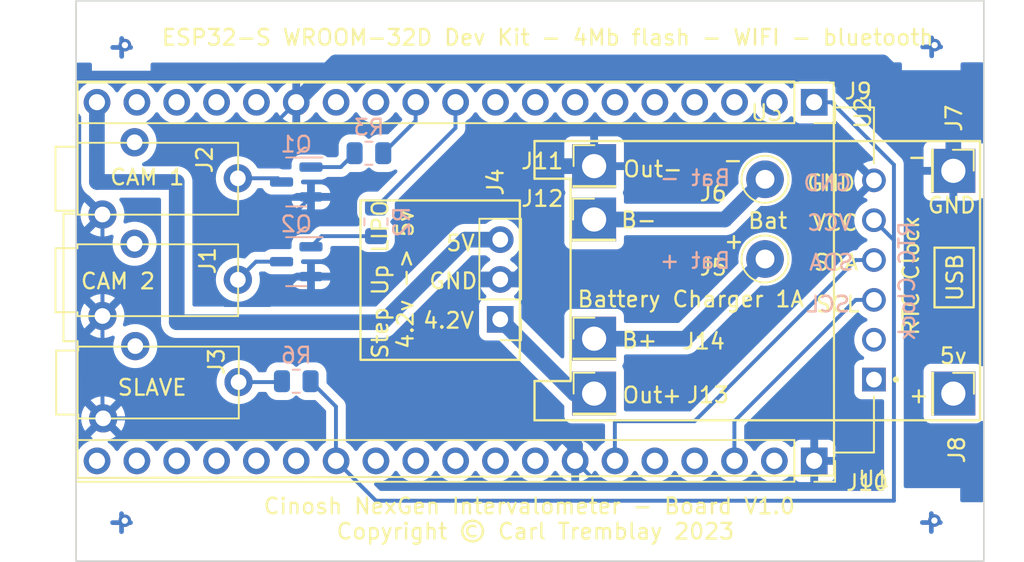
<source format=kicad_pcb>
(kicad_pcb (version 20221018) (generator pcbnew)
  (layers (0 "F.Cu" signal) (31 "B.Cu" signal) (34 "B.Paste" user) (35 "F.Paste" user) (36 "B.SilkS" user "B.Silkscreen") (37 "F.SilkS" user "F.Silkscreen") (38 "B.Mask" user) (39 "F.Mask" user) (44 "Edge.Cuts" user))
  (net 0 "")
  (net 3 "Net-(Q2-B)")
  (net 5 "+3.3V")
  (net 6 "GND")
  (net 7 "+5V")
  (net 8 "Net-(Q1-C)")
  (net 9 "Net-(Q2-C)")
  (net 12 "Net-(J3-PadT)")
  (net 13 "+4V")
  (net 14 "Net-(J8-Pin_1)")
  (net 15 "Net-(J12-Pin_1)")
  (net 16 "Net-(J14-Pin_1)")
  (net 17 "Net-(J9-Pin_10)")
  (net 18 "Net-(J9-Pin_11)")
  (net 19 "Net-(Q1-B)")
  (net 20 "Net-(J9-Pin_2)")
  (net 21 "Net-(J9-Pin_3)")
  (net 22 "Net-(J9-Pin_4)")
  (net 23 "Net-(J9-Pin_5)")
  (net 24 "Net-(J9-Pin_6)")
  (net 25 "Net-(J9-Pin_7)")
  (net 26 "Net-(J9-Pin_8)")
  (net 27 "Net-(J9-Pin_9)")
  (net 28 "Net-(J9-Pin_12)")
  (net 29 "Net-(J9-Pin_13)")
  (net 30 "Net-(J9-Pin_15)")
  (net 31 "Net-(J9-Pin_16)")
  (net 32 "Net-(J9-Pin_17)")
  (net 33 "Net-(J9-Pin_18)")
  (net 34 "Net-(J10-Pin_2)")
  (net 35 "Net-(J10-Pin_3)")
  (net 36 "Net-(J10-Pin_4)")
  (net 37 "Net-(J10-Pin_5)")
  (net 38 "Net-(J10-Pin_6)")
  (net 39 "Net-(J10-Pin_8)")
  (net 40 "Net-(J10-Pin_9)")
  (net 41 "Net-(J10-Pin_10)")
  (net 42 "Net-(J10-Pin_11)")
  (net 43 "Net-(J10-Pin_12)")
  (net 44 "Net-(J10-Pin_14)")
  (net 45 "Net-(J10-Pin_15)")
  (net 46 "Net-(J10-Pin_16)")
  (net 47 "Net-(J10-Pin_17)")
  (net 48 "Net-(J10-Pin_18)")
  (net 49 "Net-(J10-Pin_19)")
  (footprint "Connector_Pin:Pin_D1.0mm_L10.0mm_LooseFit" (layer "F.Cu") (at 149.2631 81.108811)
    (fp_text reference "J6" (at -3.30272 0.889982) (layer "F.SilkS"))
    (fp_text value "Bat -")
    (fp_circle (center 0 0) (end 1.5 0.05) (stroke (width 0.12)) (fill none) (layer "F.SilkS"))
    (pad "1" thru_hole circle (at 0 0) (size 2.4 2.4) (drill 1.2) (layers "*.Cu" "*.Mask") (net 15 "Net-(J12-Pin_1)"))
  )
  (footprint "ESP32-DEVKITC:MODULE_ESP32-DEVKITC" (layer "F.Cu") (at 129.54 88.89 -90)
    (fp_text reference "U2" (at -12.009379 -25.957131 -90) (layer "F.SilkS"))
    (fp_text value "ESP32-DEVKITC")
    (fp_line (start -13.95 -24.1) (end -13.95 24.1) (stroke (width 0.127)) (layer "F.SilkS"))
    (fp_line (start -13.95 24.1) (end -5.59 24.1) (stroke (width 0.127)) (layer "F.SilkS"))
    (fp_line (start -9 -24.1) (end -13.95 -24.1) (stroke (width 0.127)) (layer "F.SilkS"))
    (fp_line (start -9 -24.1) (end 8.224122 -24.114129) (stroke (width 0.12)) (layer "F.SilkS"))
    (fp_line (start -5.59 24.1) (end -5.59 25) (stroke (width 0.127)) (layer "F.SilkS"))
    (fp_line (start -5.59 25) (end 2.54 25) (stroke (width 0.127)) (layer "F.SilkS"))
    (fp_line (start 2.54 24.1) (end 11.259624 24.101328) (stroke (width 0.127)) (layer "F.SilkS"))
    (fp_line (start 2.54 25) (end 2.54 24.1) (stroke (width 0.127)) (layer "F.SilkS"))
    (fp_line (start 11.10375 -24.114269) (end 8.224122 -24.114129) (stroke (width 0.127)) (layer "F.SilkS"))
    (fp_line (start 11.259624 24.101328) (end 11.10375 -24.114269) (stroke (width 0.127)) (layer "F.SilkS"))
    (pad "1" thru_hole rect (at -12.7 -22.85 270) (size 1.53 1.53) (drill 1.02) (layers "*.Cu" "*.Mask") (net 5 "+3.3V"))
    (pad "2" thru_hole circle (at -12.7 -20.31 270) (size 1.53 1.53) (drill 1.02) (layers "*.Cu" "*.Mask") (net 20 "Net-(J9-Pin_2)"))
    (pad "3" thru_hole circle (at -12.7 -17.77 270) (size 1.53 1.53) (drill 1.02) (layers "*.Cu" "*.Mask") (net 21 "Net-(J9-Pin_3)"))
    (pad "4" thru_hole circle (at -12.7 -15.23 270) (size 1.53 1.53) (drill 1.02) (layers "*.Cu" "*.Mask") (net 22 "Net-(J9-Pin_4)"))
    (pad "5" thru_hole circle (at -12.7 -12.69 270) (size 1.53 1.53) (drill 1.02) (layers "*.Cu" "*.Mask") (net 23 "Net-(J9-Pin_5)"))
    (pad "6" thru_hole circle (at -12.7 -10.15 270) (size 1.53 1.53) (drill 1.02) (layers "*.Cu" "*.Mask") (net 24 "Net-(J9-Pin_6)"))
    (pad "7" thru_hole circle (at -12.7 -7.61 270) (size 1.53 1.53) (drill 1.02) (layers "*.Cu" "*.Mask") (net 25 "Net-(J9-Pin_7)"))
    (pad "8" thru_hole circle (at -12.7 -5.07 270) (size 1.53 1.53) (drill 1.02) (layers "*.Cu" "*.Mask") (net 26 "Net-(J9-Pin_8)"))
    (pad "9" thru_hole circle (at -12.7 -2.53 270) (size 1.53 1.53) (drill 1.02) (layers "*.Cu" "*.Mask") (net 27 "Net-(J9-Pin_9)"))
    (pad "10" thru_hole circle (at -12.7 0.01 270) (size 1.53 1.53) (drill 1.02) (layers "*.Cu" "*.Mask") (net 17 "Net-(J9-Pin_10)"))
    (pad "11" thru_hole circle (at -12.7 2.55 270) (size 1.53 1.53) (drill 1.02) (layers "*.Cu" "*.Mask") (net 18 "Net-(J9-Pin_11)"))
    (pad "12" thru_hole circle (at -12.7 5.09 270) (size 1.53 1.53) (drill 1.02) (layers "*.Cu" "*.Mask") (net 28 "Net-(J9-Pin_12)"))
    (pad "13" thru_hole circle (at -12.7 7.63 270) (size 1.53 1.53) (drill 1.02) (layers "*.Cu" "*.Mask") (net 29 "Net-(J9-Pin_13)"))
    (pad "14" thru_hole circle (at -12.7 10.17 270) (size 1.53 1.53) (drill 1.02) (layers "*.Cu" "*.Mask") (net 6 "GND"))
    (pad "15" thru_hole circle (at -12.7 12.71 270) (size 1.53 1.53) (drill 1.02) (layers "*.Cu" "*.Mask") (net 30 "Net-(J9-Pin_15)"))
    (pad "16" thru_hole circle (at -12.7 15.25 270) (size 1.53 1.53) (drill 1.02) (layers "*.Cu" "*.Mask") (net 31 "Net-(J9-Pin_16)"))
    (pad "17" thru_hole circle (at -12.7 17.79 270) (size 1.53 1.53) (drill 1.02) (layers "*.Cu" "*.Mask") (net 32 "Net-(J9-Pin_17)"))
    (pad "18" thru_hole circle (at -12.7 20.33 270) (size 1.53 1.53) (drill 1.02) (layers "*.Cu" "*.Mask") (net 33 "Net-(J9-Pin_18)"))
    (pad "19" thru_hole circle (at -12.7 22.87 270) (size 1.53 1.53) (drill 1.02) (layers "*.Cu" "*.Mask") (net 7 "+5V"))
    (pad "20" thru_hole circle (at 10.16 22.87 270) (size 1.53 1.53) (drill 1.02) (layers "*.Cu" "*.Mask") (net 49 "Net-(J10-Pin_19)"))
    (pad "21" thru_hole circle (at 10.16 20.33 270) (size 1.53 1.53) (drill 1.02) (layers "*.Cu" "*.Mask") (net 48 "Net-(J10-Pin_18)"))
    (pad "22" thru_hole circle (at 10.16 17.79 270) (size 1.53 1.53) (drill 1.02) (layers "*.Cu" "*.Mask") (net 47 "Net-(J10-Pin_17)"))
    (pad "23" thru_hole circle (at 10.16 15.25 270) (size 1.53 1.53) (drill 1.02) (layers "*.Cu" "*.Mask") (net 46 "Net-(J10-Pin_16)"))
    (pad "24" thru_hole circle (at 10.16 12.71 270) (size 1.53 1.53) (drill 1.02) (layers "*.Cu" "*.Mask") (net 45 "Net-(J10-Pin_15)"))
    (pad "25" thru_hole circle (at 10.16 10.17 270) (size 1.53 1.53) (drill 1.02) (layers "*.Cu" "*.Mask") (net 44 "Net-(J10-Pin_14)"))
    (pad "26" thru_hole circle (at 10.16 7.63 270) (size 1.53 1.53) (drill 1.02) (layers "*.Cu" "*.Mask") (net 5 "+3.3V"))
    (pad "27" thru_hole circle (at 10.16 5.09 270) (size 1.53 1.53) (drill 1.02) (layers "*.Cu" "*.Mask") (net 43 "Net-(J10-Pin_12)"))
    (pad "28" thru_hole circle (at 10.16 2.55 270) (size 1.53 1.53) (drill 1.02) (layers "*.Cu" "*.Mask") (net 42 "Net-(J10-Pin_11)"))
    (pad "29" thru_hole circle (at 10.16 0.01 270) (size 1.53 1.53) (drill 1.02) (layers "*.Cu" "*.Mask") (net 41 "Net-(J10-Pin_10)"))
    (pad "30" thru_hole circle (at 10.16 -2.53 270) (size 1.53 1.53) (drill 1.02) (layers "*.Cu" "*.Mask") (net 40 "Net-(J10-Pin_9)"))
    (pad "31" thru_hole circle (at 10.16 -5.07 270) (size 1.53 1.53) (drill 1.02) (layers "*.Cu" "*.Mask") (net 39 "Net-(J10-Pin_8)"))
    (pad "32" thru_hole circle (at 10.16 -7.61 270) (size 1.53 1.53) (drill 1.02) (layers "*.Cu" "*.Mask") (net 6 "GND"))
    (pad "33" thru_hole circle (at 10.16 -10.15 270) (size 1.53 1.53) (drill 1.02) (layers "*.Cu" "*.Mask") (net 38 "Net-(J10-Pin_6)"))
    (pad "34" thru_hole circle (at 10.16 -12.69 270) (size 1.53 1.53) (drill 1.02) (layers "*.Cu" "*.Mask") (net 37 "Net-(J10-Pin_5)"))
    (pad "35" thru_hole circle (at 10.16 -15.23 270) (size 1.53 1.53) (drill 1.02) (layers "*.Cu" "*.Mask") (net 36 "Net-(J10-Pin_4)"))
    (pad "36" thru_hole circle (at 10.16 -17.77 270) (size 1.53 1.53) (drill 1.02) (layers "*.Cu" "*.Mask") (net 35 "Net-(J10-Pin_3)"))
    (pad "37" thru_hole circle (at 10.16 -20.31 270) (size 1.53 1.53) (drill 1.02) (layers "*.Cu" "*.Mask") (net 34 "Net-(J10-Pin_2)"))
    (pad "38" thru_hole circle (at 10.16 -22.85 270) (size 1.53 1.53) (drill 1.02) (layers "*.Cu" "*.Mask") (net 6 "GND"))
  )
  (footprint "Connector_PinHeader_2.54mm:PinHeader_1x01_P2.54mm_Vertical" (layer "F.Cu") (at 138.389338 80.265284)
    (fp_text reference "J11" (at -3.331167 -0.313009) (layer "F.SilkS"))
    (fp_text value "T64 OUT -")
    (fp_line (start -1.33 -1.33) (end 0 -1.33) (stroke (width 0.12)) (layer "F.SilkS"))
    (fp_line (start -1.33 0) (end -1.33 -1.33) (stroke (width 0.12)) (layer "F.SilkS"))
    (fp_line (start -1.33 1.27) (end -1.33 1.33) (stroke (width 0.12)) (layer "F.SilkS"))
    (fp_line (start -1.33 1.27) (end 1.33 1.27) (stroke (width 0.12)) (layer "F.SilkS"))
    (fp_line (start -1.33 1.33) (end 1.33 1.33) (stroke (width 0.12)) (layer "F.SilkS"))
    (fp_line (start 1.33 1.27) (end 1.33 1.33) (stroke (width 0.12)) (layer "F.SilkS"))
    (pad "1" thru_hole rect (at 0 0) (size 1.7 1.7) (drill 1) (layers "*.Cu" "*.Mask") (net 6 "GND"))
  )
  (footprint "Connector_PinHeader_2.54mm:PinHeader_1x01_P2.54mm_Vertical" (layer "F.Cu") (at 138.357668 83.674215)
    (fp_text reference "J12" (at -3.288652 -1.333045) (layer "F.SilkS"))
    (fp_text value "T64 B -")
    (fp_line (start -1.33 -1.33) (end 0 -1.33) (stroke (width 0.12)) (layer "F.SilkS"))
    (fp_line (start -1.33 0) (end -1.33 -1.33) (stroke (width 0.12)) (layer "F.SilkS"))
    (fp_line (start -1.33 1.27) (end -1.33 1.33) (stroke (width 0.12)) (layer "F.SilkS"))
    (fp_line (start -1.33 1.27) (end 1.33 1.27) (stroke (width 0.12)) (layer "F.SilkS"))
    (fp_line (start -1.33 1.33) (end 1.33 1.33) (stroke (width 0.12)) (layer "F.SilkS"))
    (fp_line (start 1.33 1.27) (end 1.33 1.33) (stroke (width 0.12)) (layer "F.SilkS"))
    (pad "1" thru_hole rect (at 0 0) (size 1.7 1.7) (drill 1) (layers "*.Cu" "*.Mask") (net 15 "Net-(J12-Pin_1)"))
  )
  (footprint "Library:Jack_2.5mm_PJ208_Horizontal_CircularHoles" (layer "F.Cu") (at 102.751992 85.71212 90)
    (fp_text reference "J1" (at -0.589365 10.973904 90) (layer "F.SilkS"))
    (fp_text value "CAM 2")
    (fp_line (start -4.12 2.68) (end -3.87 2.68) (stroke (width 0.12)) (layer "F.SilkS"))
    (fp_line (start -4.12 12.92) (end -4.12 2.68) (stroke (width 0.12)) (layer "F.SilkS"))
    (fp_line (start -3.87 1.28) (end 0.21 1.28) (stroke (width 0.12)) (layer "F.SilkS"))
    (fp_line (start -3.87 2.68) (end -3.87 1.28) (stroke (width 0.12)) (layer "F.SilkS"))
    (fp_line (start 0.21 2.68) (end 0.21 1.28) (stroke (width 0.12)) (layer "F.SilkS"))
    (fp_line (start 0.21 2.68) (end 0.46 2.68) (stroke (width 0.12)) (layer "F.SilkS"))
    (fp_line (start 0.46 2.68) (end 0.46 12.92) (stroke (width 0.12)) (layer "F.SilkS"))
    (fp_line (start 0.46 12.92) (end -4.12 12.92) (stroke (width 0.12)) (layer "F.SilkS"))
    (pad "R" thru_hole circle (at 0.493094 6.32 90) (size 1.8 1.8) (drill 1) (layers "*.Cu" "*.Mask"))
    (pad "S" thru_hole circle (at -4.111523 4.273863 90) (size 1.8 1.8) (drill 1) (layers "*.Cu" "*.Mask") (net 6 "GND"))
    (pad "T" thru_hole circle (at -1.800916 12.904753 90) (size 1.8 1.8) (drill 1) (layers "*.Cu" "*.Mask") (net 9 "Net-(Q2-C)"))
  )
  (footprint "Connector_PinSocket_2.54mm:PinSocket_1x19_P2.54mm_Vertical" (layer "F.Cu") (at 152.4 76.2 -90)
    (fp_text reference "J9" (at -0.707795 -2.804433) (layer "F.SilkS"))
    (fp_text value "ESP32 header 1")
    (fp_line (start -1.33 1.27) (end -1.33 47.05) (stroke (width 0.12)) (layer "F.SilkS"))
    (fp_line (start -1.33 1.27) (end 1.33 1.27) (stroke (width 0.12)) (layer "F.SilkS"))
    (fp_line (start -1.33 47.05) (end 1.33 47.05) (stroke (width 0.12)) (layer "F.SilkS"))
    (fp_line (start 0 -1.33) (end 1.33 -1.33) (stroke (width 0.12)) (layer "F.SilkS"))
    (fp_line (start 1.33 -1.33) (end 1.33 0) (stroke (width 0.12)) (layer "F.SilkS"))
    (fp_line (start 1.33 1.27) (end 1.33 47.05) (stroke (width 0.12)) (layer "F.SilkS"))
    (pad "1" thru_hole rect (at 0 0 270) (size 1.7 1.7) (drill 1) (layers "*.Cu" "*.Mask") (net 5 "+3.3V"))
    (pad "2" thru_hole oval (at 0 2.54 270) (size 1.7 1.7) (drill 1) (layers "*.Cu" "*.Mask") (net 20 "Net-(J9-Pin_2)"))
    (pad "3" thru_hole oval (at 0 5.08 270) (size 1.7 1.7) (drill 1) (layers "*.Cu" "*.Mask") (net 21 "Net-(J9-Pin_3)"))
    (pad "4" thru_hole oval (at 0 7.62 270) (size 1.7 1.7) (drill 1) (layers "*.Cu" "*.Mask") (net 22 "Net-(J9-Pin_4)"))
    (pad "5" thru_hole oval (at 0 10.16 270) (size 1.7 1.7) (drill 1) (layers "*.Cu" "*.Mask") (net 23 "Net-(J9-Pin_5)"))
    (pad "6" thru_hole oval (at 0 12.7 270) (size 1.7 1.7) (drill 1) (layers "*.Cu" "*.Mask") (net 24 "Net-(J9-Pin_6)"))
    (pad "7" thru_hole oval (at 0 15.24 270) (size 1.7 1.7) (drill 1) (layers "*.Cu" "*.Mask") (net 25 "Net-(J9-Pin_7)"))
    (pad "8" thru_hole oval (at 0 17.78 270) (size 1.7 1.7) (drill 1) (layers "*.Cu" "*.Mask") (net 26 "Net-(J9-Pin_8)"))
    (pad "9" thru_hole oval (at 0 20.32 270) (size 1.7 1.7) (drill 1) (layers "*.Cu" "*.Mask") (net 27 "Net-(J9-Pin_9)"))
    (pad "10" thru_hole oval (at 0 22.86 270) (size 1.7 1.7) (drill 1) (layers "*.Cu" "*.Mask") (net 17 "Net-(J9-Pin_10)"))
    (pad "11" thru_hole oval (at 0 25.4 270) (size 1.7 1.7) (drill 1) (layers "*.Cu" "*.Mask") (net 18 "Net-(J9-Pin_11)"))
    (pad "12" thru_hole oval (at 0 27.94 270) (size 1.7 1.7) (drill 1) (layers "*.Cu" "*.Mask") (net 28 "Net-(J9-Pin_12)"))
    (pad "13" thru_hole oval (at 0 30.48 270) (size 1.7 1.7) (drill 1) (layers "*.Cu" "*.Mask") (net 29 "Net-(J9-Pin_13)"))
    (pad "14" thru_hole oval (at 0 33.02 270) (size 1.7 1.7) (drill 1) (layers "*.Cu" "*.Mask") (net 6 "GND"))
    (pad "15" thru_hole oval (at 0 35.56 270) (size 1.7 1.7) (drill 1) (layers "*.Cu" "*.Mask") (net 30 "Net-(J9-Pin_15)"))
    (pad "16" thru_hole oval (at 0 38.1 270) (size 1.7 1.7) (drill 1) (layers "*.Cu" "*.Mask") (net 31 "Net-(J9-Pin_16)"))
    (pad "17" thru_hole oval (at 0 40.64 270) (size 1.7 1.7) (drill 1) (layers "*.Cu" "*.Mask") (net 32 "Net-(J9-Pin_17)"))
    (pad "18" thru_hole oval (at 0 43.18 270) (size 1.7 1.7) (drill 1) (layers "*.Cu" "*.Mask") (net 33 "Net-(J9-Pin_18)"))
    (pad "19" thru_hole oval (at 0 45.72 270) (size 1.7 1.7) (drill 1) (layers "*.Cu" "*.Mask") (net 7 "+5V"))
  )
  (footprint "Connector_PinSocket_2.54mm:PinSocket_1x19_P2.54mm_Vertical" (layer "F.Cu") (at 152.4 99.06 -90)
    (fp_text reference "J10" (at 1.395237 -3.377048 -180) (layer "F.SilkS"))
    (fp_text value "ESP32 header 2")
    (fp_line (start -1.33 1.27) (end -1.33 47.05) (stroke (width 0.12)) (layer "F.SilkS"))
    (fp_line (start -1.33 1.27) (end 1.33 1.27) (stroke (width 0.12)) (layer "F.SilkS"))
    (fp_line (start -1.33 47.05) (end 1.33 47.05) (stroke (width 0.12)) (layer "F.SilkS"))
    (fp_line (start 0 -1.33) (end 1.33 -1.33) (stroke (width 0.12)) (layer "F.SilkS"))
    (fp_line (start 1.33 -1.33) (end 1.33 0) (stroke (width 0.12)) (layer "F.SilkS"))
    (fp_line (start 1.33 1.27) (end 1.33 47.05) (stroke (width 0.12)) (layer "F.SilkS"))
    (pad "1" thru_hole rect (at 0 0 270) (size 1.7 1.7) (drill 1) (layers "*.Cu" "*.Mask") (net 6 "GND"))
    (pad "2" thru_hole oval (at 0 2.54 270) (size 1.7 1.7) (drill 1) (layers "*.Cu" "*.Mask") (net 34 "Net-(J10-Pin_2)"))
    (pad "3" thru_hole oval (at 0 5.08 270) (size 1.7 1.7) (drill 1) (layers "*.Cu" "*.Mask") (net 35 "Net-(J10-Pin_3)"))
    (pad "4" thru_hole oval (at 0 7.62 270) (size 1.7 1.7) (drill 1) (layers "*.Cu" "*.Mask") (net 36 "Net-(J10-Pin_4)"))
    (pad "5" thru_hole oval (at 0 10.16 270) (size 1.7 1.7) (drill 1) (layers "*.Cu" "*.Mask") (net 37 "Net-(J10-Pin_5)"))
    (pad "6" thru_hole oval (at 0 12.7 270) (size 1.7 1.7) (drill 1) (layers "*.Cu" "*.Mask") (net 38 "Net-(J10-Pin_6)"))
    (pad "7" thru_hole oval (at 0 15.24 270) (size 1.7 1.7) (drill 1) (layers "*.Cu" "*.Mask") (net 6 "GND"))
    (pad "8" thru_hole oval (at 0 17.78 270) (size 1.7 1.7) (drill 1) (layers "*.Cu" "*.Mask") (net 39 "Net-(J10-Pin_8)"))
    (pad "9" thru_hole oval (at 0 20.32 270) (size 1.7 1.7) (drill 1) (layers "*.Cu" "*.Mask") (net 40 "Net-(J10-Pin_9)"))
    (pad "10" thru_hole oval (at 0 22.86 270) (size 1.7 1.7) (drill 1) (layers "*.Cu" "*.Mask") (net 41 "Net-(J10-Pin_10)"))
    (pad "11" thru_hole oval (at 0 25.4 270) (size 1.7 1.7) (drill 1) (layers "*.Cu" "*.Mask") (net 42 "Net-(J10-Pin_11)"))
    (pad "12" thru_hole oval (at 0 27.94 270) (size 1.7 1.7) (drill 1) (layers "*.Cu" "*.Mask") (net 43 "Net-(J10-Pin_12)"))
    (pad "13" thru_hole oval (at 0 30.48 270) (size 1.7 1.7) (drill 1) (layers "*.Cu" "*.Mask") (net 5 "+3.3V"))
    (pad "14" thru_hole oval (at 0 33.02 270) (size 1.7 1.7) (drill 1) (layers "*.Cu" "*.Mask") (net 44 "Net-(J10-Pin_14)"))
    (pad "15" thru_hole oval (at 0 35.56 270) (size 1.7 1.7) (drill 1) (layers "*.Cu" "*.Mask") (net 45 "Net-(J10-Pin_15)"))
    (pad "16" thru_hole oval (at 0 38.1 270) (size 1.7 1.7) (drill 1) (layers "*.Cu" "*.Mask") (net 46 "Net-(J10-Pin_16)"))
    (pad "17" thru_hole oval (at 0 40.64 270) (size 1.7 1.7) (drill 1) (layers "*.Cu" "*.Mask") (net 47 "Net-(J10-Pin_17)"))
    (pad "18" thru_hole oval (at 0 43.18 270) (size 1.7 1.7) (drill 1) (layers "*.Cu" "*.Mask") (net 48 "Net-(J10-Pin_18)"))
    (pad "19" thru_hole oval (at 0 45.72 270) (size 1.7 1.7) (drill 1) (layers "*.Cu" "*.Mask") (net 49 "Net-(J10-Pin_19)"))
  )
  (footprint "TC00500:TP4056-18650" (layer "F.Cu") (at 162.967859 96.470045 180)
    (fp_text reference "U3" (at 13.6 19.6) (layer "F.SilkS"))
    (fp_text value "TP4056-18650")
    (fp_text user "Out+" (at 20.9 1.6) (layer "F.SilkS"))
    (fp_text user "Battery Charger 1A" (at 18.437015 7.717928) (layer "F.SilkS"))
    (fp_text user "Out-" (at 20.851335 16.009848) (layer "F.SilkS"))
    (fp_text user "B-" (at 21.753023 12.76377) (layer "F.SilkS"))
    (fp_text user "B+" (at 21.7 5.1) (layer "F.SilkS"))
    (fp_text user "USB" (at 1.6 9.1 90) (layer "F.SilkS"))
    (fp_text user "-" (at 4 16.8) (layer "F.SilkS"))
    (fp_text user "GND" (at 1.8 13.7) (layer "F.SilkS"))
    (fp_text user "5v" (at 1.7 4.1) (layer "F.SilkS"))
    (fp_text user "+" (at 3.9 1.6) (layer "F.SilkS"))
    (fp_line (start 0 0) (end 26.3 0) (stroke (width 0.15)) (layer "F.SilkS"))
    (fp_line (start 0 17.8) (end 0 0) (stroke (width 0.15)) (layer "F.SilkS"))
    (fp_line (start 0.4 7.2) (end 2.9 7.2) (stroke (width 0.15)) (layer "F.SilkS"))
    (fp_line (start 0.4 11) (end 0.4 7.3) (stroke (width 0.15)) (layer "F.SilkS"))
    (fp_line (start 2.9 7.2) (end 2.9 11) (stroke (width 0.15)) (layer "F.SilkS"))
    (fp_line (start 2.9 11) (end 0.4 11) (stroke (width 0.15)) (layer "F.SilkS"))
    (fp_line (start 26.1 2.5) (end 26.1 15.4) (stroke (width 0.15)) (layer "F.SilkS"))
    (fp_line (start 26.1 15.4) (end 26.4 15.4) (stroke (width 0.15)) (layer "F.SilkS"))
    (fp_line (start 26.3 0) (end 28.4 0) (stroke (width 0.15)) (layer "F.SilkS"))
    (fp_line (start 26.3 15.4) (end 28.4 15.4) (stroke (width 0.15)) (layer "F.SilkS"))
    (fp_line (start 28.4 0) (end 28.4 2.5) (stroke (width 0.15)) (layer "F.SilkS"))
    (fp_line (start 28.4 2.5) (end 26.1 2.5) (stroke (width 0.15)) (layer "F.SilkS"))
    (fp_line (start 28.4 15.4) (end 28.4 15.7) (stroke (width 0.15)) (layer "F.SilkS"))
    (fp_line (start 28.4 15.7) (end 28.4 17.8) (stroke (width 0.15)) (layer "F.SilkS"))
    (fp_line (start 28.4 17.8) (end 0 17.8) (stroke (width 0.15)) (layer "F.SilkS"))
    (pad "1" thru_hole rect (at 1.7 1.7 180) (size 2.8 2.8) (drill 1.54) (layers "*.Cu" "*.Mask") (net 14 "Net-(J8-Pin_1)"))
    (pad "2" thru_hole rect (at 1.7 15.9 180) (size 2.8 2.8) (drill 1.54) (layers "*.Cu" "*.Mask") (net 6 "GND"))
    (pad "3" thru_hole rect (at 24.6 1.7 180) (size 2.8 2.8) (drill 1.54) (layers "*.Cu" "*.Mask") (net 13 "+4V"))
    (pad "4" thru_hole rect (at 24.6 16.2 180) (size 2.8 2.8) (drill 1.54) (layers "*.Cu" "*.Mask") (net 6 "GND"))
    (pad "5" thru_hole rect (at 24.6 5.2 180) (size 2.8 2.8) (drill 1.54) (layers "*.Cu" "*.Mask") (net 16 "Net-(J14-Pin_1)"))
    (pad "6" thru_hole rect (at 24.6 12.8 180) (size 2.8 2.8) (drill 1.54) (layers "*.Cu" "*.Mask") (net 15 "Net-(J12-Pin_1)"))
  )
  (footprint "Connector_PinHeader_2.54mm:PinHeader_1x01_P2.54mm_Vertical" (layer "F.Cu") (at 161.250994 94.780292 -90)
    (fp_text reference "J8" (at 3.57363 -0.242252 90) (layer "F.SilkS"))
    (fp_text value "T64 In 5v")
    (fp_line (start -1.33 -1.33) (end 0 -1.33) (stroke (width 0.12)) (layer "F.SilkS"))
    (fp_line (start -1.33 0) (end -1.33 -1.33) (stroke (width 0.12)) (layer "F.SilkS"))
    (fp_line (start -1.33 1.27) (end -1.33 1.33) (stroke (width 0.12)) (layer "F.SilkS"))
    (fp_line (start -1.33 1.27) (end 1.33 1.27) (stroke (width 0.12)) (layer "F.SilkS"))
    (fp_line (start -1.33 1.33) (end 1.33 1.33) (stroke (width 0.12)) (layer "F.SilkS"))
    (fp_line (start 1.33 1.27) (end 1.33 1.33) (stroke (width 0.12)) (layer "F.SilkS"))
    (pad "1" thru_hole rect (at 0 0 270) (size 1.7 1.7) (drill 1) (layers "*.Cu" "*.Mask") (net 14 "Net-(J8-Pin_1)"))
  )
  (footprint "Connector_PinHeader_2.54mm:PinHeader_1x01_P2.54mm_Vertical" (layer "F.Cu") (at 161.236545 80.557199 -90)
    (fp_text reference "J7" (at -3.348602 -0.073602 90) (layer "F.SilkS"))
    (fp_text value "T64 GND")
    (fp_line (start -1.33 -1.33) (end 0 -1.33) (stroke (width 0.12)) (layer "F.SilkS"))
    (fp_line (start -1.33 0) (end -1.33 -1.33) (stroke (width 0.12)) (layer "F.SilkS"))
    (fp_line (start -1.33 1.27) (end -1.33 1.33) (stroke (width 0.12)) (layer "F.SilkS"))
    (fp_line (start -1.33 1.27) (end 1.33 1.27) (stroke (width 0.12)) (layer "F.SilkS"))
    (fp_line (start -1.33 1.33) (end 1.33 1.33) (stroke (width 0.12)) (layer "F.SilkS"))
    (fp_line (start 1.33 1.27) (end 1.33 1.33) (stroke (width 0.12)) (layer "F.SilkS"))
    (pad "1" thru_hole rect (at 0 0 270) (size 1.7 1.7) (drill 1) (layers "*.Cu" "*.Mask") (net 6 "GND"))
  )
  (footprint "Connector_PinHeader_2.54mm:PinHeader_1x01_P2.54mm_Vertical" (layer "F.Cu") (at 138.383438 91.262264)
    (fp_text reference "J14" (at 6.982607 0.177736) (layer "F.SilkS"))
    (fp_text value "T64 B +")
    (fp_line (start -1.33 -1.33) (end 0 -1.33) (stroke (width 0.12)) (layer "F.SilkS"))
    (fp_line (start -1.33 0) (end -1.33 -1.33) (stroke (width 0.12)) (layer "F.SilkS"))
    (fp_line (start -1.33 1.27) (end -1.33 1.33) (stroke (width 0.12)) (layer "F.SilkS"))
    (fp_line (start -1.33 1.27) (end 1.33 1.27) (stroke (width 0.12)) (layer "F.SilkS"))
    (fp_line (start -1.33 1.33) (end 1.33 1.33) (stroke (width 0.12)) (layer "F.SilkS"))
    (fp_line (start 1.33 1.27) (end 1.33 1.33) (stroke (width 0.12)) (layer "F.SilkS"))
    (pad "1" thru_hole rect (at 0 0) (size 1.7 1.7) (drill 1) (layers "*.Cu" "*.Mask") (net 16 "Net-(J14-Pin_1)"))
  )
  (footprint "Connector_Pin:Pin_D1.0mm_L10.0mm_LooseFit" (layer "F.Cu") (at 149.2631 86.188811)
    (fp_text reference "J5" (at -3.30272 0.542238) (layer "F.SilkS"))
    (fp_text value "Bat +")
    (fp_circle (center 0 0) (end 1.5 0.05) (stroke (width 0.12)) (fill none) (layer "F.SilkS"))
    (pad "1" thru_hole circle (at 0 0) (size 2.4 2.4) (drill 1.2) (layers "*.Cu" "*.Mask") (net 16 "Net-(J14-Pin_1)"))
  )
  (footprint "Connector_PinHeader_2.54mm:PinHeader_1x03_P2.54mm_Vertical" (layer "F.Cu") (at 132.382791 90.035468 180)
    (fp_text reference "J4" (at 0.302791 8.755468 90) (layer "F.SilkS"))
    (fp_text value "Module T64 Step Up 5v ")
    (fp_line (start -1.33 -1.33) (end 0 -1.33) (stroke (width 0.12)) (layer "F.SilkS"))
    (fp_line (start -1.33 0) (end -1.33 -1.33) (stroke (width 0.12)) (layer "F.SilkS"))
    (fp_line (start -1.33 1.27) (end -1.33 6.41) (stroke (width 0.12)) (layer "F.SilkS"))
    (fp_line (start -1.33 1.27) (end 1.33 1.27) (stroke (width 0.12)) (layer "F.SilkS"))
    (fp_line (start -1.33 6.41) (end 1.33 6.41) (stroke (width 0.12)) (layer "F.SilkS"))
    (fp_line (start 1.33 1.27) (end 1.33 6.41) (stroke (width 0.12)) (layer "F.SilkS"))
    (pad "1" thru_hole rect (at 0 0 180) (size 1.7 1.7) (drill 1) (layers "*.Cu" "*.Mask") (net 13 "+4V"))
    (pad "2" thru_hole oval (at 0 2.54 180) (size 1.7 1.7) (drill 1) (layers "*.Cu" "*.Mask") (net 6 "GND"))
    (pad "3" thru_hole oval (at 0 5.08 180) (size 1.7 1.7) (drill 1) (layers "*.Cu" "*.Mask") (net 7 "+5V"))
  )
  (footprint "Connector_PinHeader_2.54mm:PinHeader_1x01_P2.54mm_Vertical" (layer "F.Cu") (at 138.390984 94.769936)
    (fp_text reference "J13" (at 7.232633 0.089924) (layer "F.SilkS"))
    (fp_text value "T64 OUT +")
    (fp_line (start -1.33 -1.33) (end 0 -1.33) (stroke (width 0.12)) (layer "F.SilkS"))
    (fp_line (start -1.33 0) (end -1.33 -1.33) (stroke (width 0.12)) (layer "F.SilkS"))
    (fp_line (start -1.33 1.27) (end -1.33 1.33) (stroke (width 0.12)) (layer "F.SilkS"))
    (fp_line (start -1.33 1.27) (end 1.33 1.27) (stroke (width 0.12)) (layer "F.SilkS"))
    (fp_line (start -1.33 1.33) (end 1.33 1.33) (stroke (width 0.12)) (layer "F.SilkS"))
    (fp_line (start 1.33 1.27) (end 1.33 1.33) (stroke (width 0.12)) (layer "F.SilkS"))
    (pad "1" thru_hole rect (at 0 0) (size 1.7 1.7) (drill 1) (layers "*.Cu" "*.Mask") (net 13 "+4V"))
  )
  (footprint "TC00500:MODULE_TC00500" (layer "F.Cu") (at 156.206451 87.526525 180)
    (fp_text reference "U1" (at 0 -12.7 180) (layer "F.SilkS"))
    (fp_text value "TC00500")
    (fp_line (start 0 -11) (end 2.54 -11) (stroke (width 0.127)) (layer "F.SilkS"))
    (fp_line (start 0 -7.424) (end 0 -11) (stroke (width 0.127)) (layer "F.SilkS"))
    (fp_line (start 0 11) (end 0 7.424) (stroke (width 0.127)) (layer "F.SilkS"))
    (fp_line (start 2.54 -11) (end 2.54 11) (stroke (width 0.12)) (layer "F.SilkS"))
    (fp_line (start 2.54 11) (end 0 11) (stroke (width 0.127)) (layer "F.SilkS"))
    (fp_circle (center -1.4 -6.35) (end -1.3 -6.35) (stroke (width 0.2)) (fill none) (layer "F.SilkS"))
    (pad "1" thru_hole rect (at 0 -6.35 180) (size 1.508 1.508) (drill 1) (layers "*.Cu" "*.Mask"))
    (pad "2" thru_hole circle (at 0 -3.81 180) (size 1.508 1.508) (drill 1) (layers "*.Cu" "*.Mask"))
    (pad "3" thru_hole circle (at 0 -1.27 180) (size 1.508 1.508) (drill 1) (layers "*.Cu" "*.Mask") (net 35 "Net-(J10-Pin_3)"))
    (pad "4" thru_hole circle (at 0 1.27 180) (size 1.508 1.508) (drill 1) (layers "*.Cu" "*.Mask") (net 38 "Net-(J10-Pin_6)"))
    (pad "5" thru_hole circle (at 0 3.81 180) (size 1.508 1.508) (drill 1) (layers "*.Cu" "*.Mask") (net 5 "+3.3V"))
    (pad "6" thru_hole circle (at 0 6.35 180) (size 1.508 1.508) (drill 1) (layers "*.Cu" "*.Mask") (net 6 "GND"))
  )
  (footprint "Library:Jack_2.5mm_PJ208_Horizontal_CircularHoles" (layer "F.Cu") (at 102.796876 92.235071 90)
    (fp_text reference "J3" (at -0.500599 11.499242 90) (layer "F.SilkS"))
    (fp_text value "SLAVE PORT")
    (fp_line (start -4.12 2.68) (end -3.87 2.68) (stroke (width 0.12)) (layer "F.SilkS"))
    (fp_line (start -4.12 12.92) (end -4.12 2.68) (stroke (width 0.12)) (layer "F.SilkS"))
    (fp_line (start -3.87 1.28) (end 0.21 1.28) (stroke (width 0.12)) (layer "F.SilkS"))
    (fp_line (start -3.87 2.68) (end -3.87 1.28) (stroke (width 0.12)) (layer "F.SilkS"))
    (fp_line (start 0.21 2.68) (end 0.21 1.28) (stroke (width 0.12)) (layer "F.SilkS"))
    (fp_line (start 0.21 2.68) (end 0.46 2.68) (stroke (width 0.12)) (layer "F.SilkS"))
    (fp_line (start 0.46 2.68) (end 0.46 12.92) (stroke (width 0.12)) (layer "F.SilkS"))
    (fp_line (start 0.46 12.92) (end -4.12 12.92) (stroke (width 0.12)) (layer "F.SilkS"))
    (pad "R" thru_hole circle (at 0.493094 6.32 90) (size 1.8 1.8) (drill 1) (layers "*.Cu" "*.Mask"))
    (pad "S" thru_hole circle (at -4.111523 4.273863 90) (size 1.8 1.8) (drill 1) (layers "*.Cu" "*.Mask") (net 6 "GND"))
    (pad "T" thru_hole circle (at -1.800916 12.904753 90) (size 1.8 1.8) (drill 1) (layers "*.Cu" "*.Mask") (net 12 "Net-(J3-PadT)"))
  )
  (footprint "Library:Jack_2.5mm_PJ208_Horizontal_CircularHoles" (layer "F.Cu") (at 102.751992 79.242368 90)
    (fp_text reference "J2" (at -0.617192 10.786708 90) (layer "F.SilkS"))
    (fp_text value "CAM 1")
    (fp_line (start -4.12 2.68) (end -3.87 2.68) (stroke (width 0.12)) (layer "F.SilkS"))
    (fp_line (start -4.12 12.92) (end -4.12 2.68) (stroke (width 0.12)) (layer "F.SilkS"))
    (fp_line (start -3.87 1.28) (end 0.21 1.28) (stroke (width 0.12)) (layer "F.SilkS"))
    (fp_line (start -3.87 2.68) (end -3.87 1.28) (stroke (width 0.12)) (layer "F.SilkS"))
    (fp_line (start 0.21 2.68) (end 0.21 1.28) (stroke (width 0.12)) (layer "F.SilkS"))
    (fp_line (start 0.21 2.68) (end 0.46 2.68) (stroke (width 0.12)) (layer "F.SilkS"))
    (fp_line (start 0.46 2.68) (end 0.46 12.92) (stroke (width 0.12)) (layer "F.SilkS"))
    (fp_line (start 0.46 12.92) (end -4.12 12.92) (stroke (width 0.12)) (layer "F.SilkS"))
    (pad "R" thru_hole circle (at 0.493094 6.32 90) (size 1.8 1.8) (drill 1) (layers "*.Cu" "*.Mask"))
    (pad "S" thru_hole circle (at -4.111523 4.273863 90) (size 1.8 1.8) (drill 1) (layers "*.Cu" "*.Mask") (net 6 "GND"))
    (pad "T" thru_hole circle (at -1.800916 12.904753 90) (size 1.8 1.8) (drill 1) (layers "*.Cu" "*.Mask") (net 8 "Net-(Q1-C)"))
  )
  (footprint "Resistor_SMD:R_0805_2012Metric" (layer "B.Cu") (at 119.38 93.98 180)
    (fp_text reference "R6" (at 0 1.65) (layer "B.SilkS") (effects (justify mirror)))
    (fp_text value "1k")
    (fp_line (start -0.227064 -0.735) (end 0.227064 -0.735) (stroke (width 0.12)) (layer "B.SilkS"))
    (fp_line (start -0.227064 0.735) (end 0.227064 0.735) (stroke (width 0.12)) (layer "B.SilkS"))
    (pad "1" smd roundrect (at -0.9125 0 180) (size 1.025 1.4) (layers "B.Cu" "B.Paste" "B.Mask") (roundrect_rratio 0.243902439) (net 5 "+3.3V"))
    (pad "2" smd roundrect (at 0.9125 0 180) (size 1.025 1.4) (layers "B.Cu" "B.Paste" "B.Mask") (roundrect_rratio 0.243902439) (net 12 "Net-(J3-PadT)"))
  )
  (footprint "Resistor_SMD:R_0805_2012Metric" (layer "B.Cu") (at 124.46 83.82 90)
    (fp_text reference "R2" (at 0 1.65 90) (layer "B.SilkS") (effects (justify mirror)))
    (fp_text value "47")
    (fp_line (start -0.227064 -0.735) (end 0.227064 -0.735) (stroke (width 0.12)) (layer "B.SilkS"))
    (fp_line (start -0.227064 0.735) (end 0.227064 0.735) (stroke (width 0.12)) (layer "B.SilkS"))
    (pad "1" smd roundrect (at -0.9125 0 90) (size 1.025 1.4) (layers "B.Cu" "B.Paste" "B.Mask") (roundrect_rratio 0.243902439) (net 3 "Net-(Q2-B)"))
    (pad "2" smd roundrect (at 0.9125 0 90) (size 1.025 1.4) (layers "B.Cu" "B.Paste" "B.Mask") (roundrect_rratio 0.243902439) (net 17 "Net-(J9-Pin_10)"))
  )
  (footprint "Resistor_SMD:R_0805_2012Metric" (layer "B.Cu") (at 124.011159 79.44532 180)
    (fp_text reference "R3" (at 0 1.65) (layer "B.SilkS") (effects (justify mirror)))
    (fp_text value "47")
    (fp_line (start -0.227064 -0.735) (end 0.227064 -0.735) (stroke (width 0.12)) (layer "B.SilkS"))
    (fp_line (start -0.227064 0.735) (end 0.227064 0.735) (stroke (width 0.12)) (layer "B.SilkS"))
    (pad "1" smd roundrect (at -0.9125 0 180) (size 1.025 1.4) (layers "B.Cu" "B.Paste" "B.Mask") (roundrect_rratio 0.243902439) (net 18 "Net-(J9-Pin_11)"))
    (pad "2" smd roundrect (at 0.9125 0 180) (size 1.025 1.4) (layers "B.Cu" "B.Paste" "B.Mask") (roundrect_rratio 0.243902439) (net 19 "Net-(Q1-B)"))
  )
  (footprint "Package_TO_SOT_SMD:SOT-23" (layer "B.Cu") (at 119.38 81.28 180)
    (fp_text reference "Q1" (at 0 2.4) (layer "B.SilkS") (effects (justify mirror)))
    (fp_text value "2N2222")
    (fp_line (start 0 -1.56) (end -0.65 -1.56) (stroke (width 0.12)) (layer "B.SilkS"))
    (fp_line (start 0 -1.56) (end 0.65 -1.56) (stroke (width 0.12)) (layer "B.SilkS"))
    (fp_line (start 0 1.56) (end -1.675 1.56) (stroke (width 0.12)) (layer "B.SilkS"))
    (fp_line (start 0 1.56) (end 0.65 1.56) (stroke (width 0.12)) (layer "B.SilkS"))
    (pad "1" smd roundrect (at -0.9375 0.95 180) (size 1.475 0.6) (layers "B.Cu" "B.Paste" "B.Mask") (net 19 "Net-(Q1-B)"))
    (pad "2" smd roundrect (at -0.9375 -0.95 180) (size 1.475 0.6) (layers "B.Cu" "B.Paste" "B.Mask") (net 6 "GND"))
    (pad "3" smd roundrect (at 0.9375 0 180) (size 1.475 0.6) (layers "B.Cu" "B.Paste" "B.Mask") (net 8 "Net-(Q1-C)"))
  )
  (footprint "Package_TO_SOT_SMD:SOT-23" (layer "B.Cu") (at 119.38 86.36 180)
    (fp_text reference "Q2" (at 0 2.4) (layer "B.SilkS") (effects (justify mirror)))
    (fp_text value "2N2222")
    (fp_line (start 0 -1.56) (end -0.65 -1.56) (stroke (width 0.12)) (layer "B.SilkS"))
    (fp_line (start 0 -1.56) (end 0.65 -1.56) (stroke (width 0.12)) (layer "B.SilkS"))
    (fp_line (start 0 1.56) (end -1.675 1.56) (stroke (width 0.12)) (layer "B.SilkS"))
    (fp_line (start 0 1.56) (end 0.65 1.56) (stroke (width 0.12)) (layer "B.SilkS"))
    (pad "1" smd roundrect (at -0.9375 0.95 180) (size 1.475 0.6) (layers "B.Cu" "B.Paste" "B.Mask") (net 3 "Net-(Q2-B)"))
    (pad "2" smd roundrect (at -0.9375 -0.95 180) (size 1.475 0.6) (layers "B.Cu" "B.Paste" "B.Mask") (net 6 "GND"))
    (pad "3" smd roundrect (at 0.9375 0 180) (size 1.475 0.6) (layers "B.Cu" "B.Paste" "B.Mask") (net 9 "Net-(Q2-C)"))
  )
  (gr_rect (start 123.474113 82.457696) (end 133.634113 92.617696) (stroke (width 0.15)) (fill none) (layer "F.SilkS"))
  (gr_rect (start 105.341522 69.728757) (end 163.215179 105.447993) (stroke (width 0.1)) (fill none) (layer "Edge.Cuts"))
  (gr_text "+" (at 160.990291 103.761104) (layer "B.Cu") (effects (font (size 1.5 1.5) (thickness 0.3) bold) (justify left bottom mirror)))
  (gr_text "+" (at 109.376814 73.473782) (layer "B.Cu") (effects (font (size 1.5 1.5) (thickness 0.3) bold) (justify left bottom mirror)))
  (gr_text "+" (at 109.367013 103.767564) (layer "B.Cu") (effects (font (size 1.5 1.5) (thickness 0.3) bold) (justify left bottom mirror)))
  (gr_text "+" (at 161.012343 73.43949) (layer "B.Cu") (effects (font (size 1.5 1.5) (thickness 0.3) bold) (justify left bottom mirror)))
  (gr_text "VCC" (at 154.903933 84.46428) (layer "B.SilkS") (effects (font (size 1 1)) (justify left bottom mirror)))
  (gr_text "GND" (at 154.861004 81.931493) (layer "B.SilkS") (effects (font (size 1 1)) (justify left bottom mirror)))
  (gr_text "RTC Clock" (at 158.896291 83.691565 90) (layer "B.SilkS") (effects (font (size 1 1)) (justify left bottom mirror)))
  (gr_text "Bat -" (at 147.143444 81.604438) (layer "B.SilkS") (effects (font (size 1 1)) (justify left bottom mirror)))
  (gr_text "SCL" (at 154.775147 89.658639) (layer "B.SilkS") (effects (font (size 1 1)) (justify left bottom mirror)))
  (gr_text "Bat +" (at 147.143444 86.878932) (layer "B.SilkS") (effects (font (size 1 1)) (justify left bottom mirror)))
  (gr_text "SDA" (at 154.98979 86.997067) (layer "B.SilkS") (effects (font (size 1 1)) (justify left bottom mirror)))
  (gr_text "Step Up LIPO\n4.2v -> 5v" (at 126.9274 87.491085 90) (layer "F.SilkS") (effects (font (size 1 1)) (justify bottom)))
  (gr_text "CAM 1" (at 107.424564 81.559211) (layer "F.SilkS") (effects (font (size 1 1)) (justify left bottom)))
  (gr_text "SCL" (at 152.414075 89.658639) (layer "F.SilkS") (effects (font (size 1 1)) (justify left bottom)))
  (gr_text "4.2V" (at 127.371049 90.695217) (layer "F.SilkS") (effects (font (size 1 1)) (justify left bottom)))
  (gr_text "ESP32-S WROOM-32D Dev Kit - 4Mb flash - WIFI - bluetooth" (at 110.715638 72.651881) (layer "F.SilkS") (effects (font (size 1 1)) (justify left bottom)))
  (gr_text "+" (at 146.564153 85.623268) (layer "F.SilkS") (effects (font (size 1 1)) (justify left bottom)))
  (gr_text "Bat" (at 148.094641 84.33744) (layer "F.SilkS") (effects (font (size 1 1)) (justify left bottom)))
  (gr_text "5V" (at 128.849879 85.765784) (layer "F.SilkS") (effects (font (size 1 1)) (justify left bottom)))
  (gr_text "GND" (at 127.765404 88.181206) (layer "F.SilkS") (effects (font (size 1 1)) (justify left bottom)))
  (gr_text "CAM 2" (at 105.558943 88.187703) (layer "F.SilkS") (effects (font (size 1 1)) (justify left bottom)))
  (gr_text "RTC Clock" (at 159.153863 91.16114 90) (layer "F.SilkS") (effects (font (size 1 1)) (justify left bottom)))
  (gr_text "SDA" (at 152.285289 86.997067) (layer "F.SilkS") (effects (font (size 1 1)) (justify left bottom)))
  (gr_text "GND" (at 151.856003 81.931493) (layer "F.SilkS") (effects (font (size 1 1)) (justify left bottom)))
  (gr_text "VCC" (at 152.199432 84.46428) (layer "F.SilkS") (effects (font (size 1 1)) (justify left bottom)))
  (gr_text "SLAVE" (at 107.903523 94.96724) (layer "F.SilkS") (effects (font (size 1 1)) (justify left bottom)))
  (gr_text "Cinosh NexGen Intervalometer - Board V1.0 \nCopyright © Carl Tremblay 2023" (at 134.62 104.14) (layer "F.SilkS") (effects (font (size 1 1)) (justify bottom)))
  (gr_text "-" (at 146.498427 80.463795) (layer "F.SilkS") (effects (font (size 1 1)) (justify left bottom)))
  (via (at 160.060917 102.861341) (size 0.8) (drill 0.4) (layers "F.Cu" "B.Cu") (net 0))
  (via (at 108.448526 102.872975) (size 0.8) (drill 0.4) (layers "F.Cu" "B.Cu") (net 0))
  (via (at 160.074556 72.555239) (size 0.8) (drill 0.4) (layers "F.Cu" "B.Cu") (net 0))
  (via (at 108.456214 72.555239) (size 0.8) (drill 0.4) (layers "F.Cu" "B.Cu") (net 0))
  (segment (start 120.995 84.7325) (end 124.46 84.7325) (width 0.25) (layer "B.Cu") (net 3))
  (segment (start 120.3175 85.41) (end 120.995 84.7325) (width 0.25) (layer "B.Cu") (net 3))
  (segment (start 121.92 99.06) (end 124.46 101.6) (width 0.25) (layer "B.Cu") (net 5))
  (segment (start 121.91 95.5975) (end 121.91 99.05) (width 0.25) (layer "B.Cu") (net 5))
  (segment (start 153.5 76.2) (end 152.4 76.2) (width 0.25) (layer "B.Cu") (net 5))
  (segment (start 157.48 84.990074) (end 156.206451 83.716525) (width 0.25) (layer "B.Cu") (net 5))
  (segment (start 121.92 99.06) (end 121.91 99.05) (width 0.25) (layer "B.Cu") (net 5))
  (segment (start 124.46 101.6) (end 157.48 101.6) (width 0.25) (layer "B.Cu") (net 5))
  (segment (start 157.48 101.6) (end 157.48 84.990074) (width 0.25) (layer "B.Cu") (net 5))
  (segment (start 157.48 84.990074) (end 157.48 80.18) (width 0.25) (layer "B.Cu") (net 5))
  (segment (start 120.2925 93.98) (end 121.91 95.5975) (width 0.25) (layer "B.Cu") (net 5))
  (segment (start 157.48 80.18) (end 153.5 76.2) (width 0.25) (layer "B.Cu") (net 5))
  (segment (start 114.521661 88.796044) (end 114.850289 89.124672) (width 0.25) (layer "B.Cu") (net 6))
  (segment (start 152.4 100.477293) (end 152.4 99.06) (width 0.25) (layer "B.Cu") (net 6))
  (segment (start 129.54 93.98) (end 132.08 96.52) (width 1) (layer "B.Cu") (net 6))
  (segment (start 117.676497 89.124672) (end 119.491169 87.31) (width 0.25) (layer "B.Cu") (net 6))
  (segment (start 114.3 78.74) (end 116.84 78.74) (width 0.25) (layer "B.Cu") (net 6))
  (segment (start 145.794716 80.265284) (end 147.32 78.74) (width 0.25) (layer "B.Cu") (net 6))
  (segment (start 107.025855 83.353891) (end 107.025855 89.823643) (width 0.25) (layer "B.Cu") (net 6))
  (segment (start 134.62 86.36) (end 134.62 81.28) (width 1) (layer "B.Cu") (net 6))
  (segment (start 132.08 96.52) (end 135.59359 96.52) (width 1) (layer "B.Cu") (net 6))
  (segment (start 116.84 78.74) (end 119.38 76.2) (width 0.25) (layer "B.Cu") (net 6))
  (segment (start 107.025855 96.30171) (end 107.070739 96.346594) (width 0.25) (layer "B.Cu") (net 6))
  (segment (start 135.629955 80.270045) (end 138.367859 80.270045) (width 1) (layer "B.Cu") (net 6))
  (segment (start 130.944532 87.495468) (end 129.54 88.9) (width 1) (layer "B.Cu") (net 6))
  (segment (start 113.601499 83.121499) (end 113.601499 79.438501) (width 0.25) (layer "B.Cu") (net 6))
  (segment (start 107.070739 96.346594) (end 109.393406 96.346594) (width 0.25) (layer "B.Cu") (net 6))
  (segment (start 135.59359 96.52) (end 137.15 98.07641) (width 1) (layer "B.Cu") (net 6))
  (segment (start 153.769926 78.74) (end 156.206451 81.176525) (width 0.25) (layer "B.Cu") (net 6))
  (segment (start 137.16 99.06) (end 138.770281 100.670281) (width 0.25) (layer "B.Cu") (net 6))
  (segment (start 129.54 88.9) (end 129.54 93.98) (width 1) (layer "B.Cu") (net 6))
  (segment (start 133.484532 87.495468) (end 134.62 86.36) (width 1) (layer "B.Cu") (net 6))
  (segment (start 113.601499 79.438501) (end 114.3 78.74) (width 0.25) (layer "B.Cu") (net 6))
  (segment (start 109.393406 96.346594) (end 114.3 91.44) (width 0.25) (layer "B.Cu") (net 6))
  (segment (start 161.267859 78.170045) (end 156.757814 73.66) (width 1) (layer "B.Cu") (net 6))
  (segment (start 161.267859 80.570045) (end 161.267859 78.170045) (width 1) (layer "B.Cu") (net 6))
  (segment (start 127 91.44) (end 129.54 93.98) (width 0.25) (layer "B.Cu") (net 6))
  (segment (start 156.757814 73.66) (end 121.9 73.66) (width 1) (layer "B.Cu") (net 6))
  (segment (start 152.207012 100.670281) (end 152.4 100.477293) (width 0.25) (layer "B.Cu") (net 6))
  (segment (start 147.32 78.74) (end 153.769926 78.74) (width 0.25) (layer "B.Cu") (net 6))
  (segment (start 113.601499 83.121499) (end 113.601499 88.796044) (width 0.25) (layer "B.Cu") (net 6))
  (segment (start 114.850289 89.124672) (end 117.676497 89.124672) (width 0.25) (layer "B.Cu") (net 6))
  (segment (start 121.9 73.66) (end 119.37 76.19) (width 1) (layer "B.Cu") (net 6))
  (segment (start 107.025855 89.823643) (end 107.025855 96.30171) (width 0.25) (layer "B.Cu") (net 6))
  (segment (start 138.389338 80.265284) (end 145.794716 80.265284) (width 0.25) (layer "B.Cu") (net 6))
  (segment (start 137.15 98.07641) (end 137.15 99.05) (width 1) (layer "B.Cu") (net 6))
  (segment (start 118.7275 83.82) (end 114.3 83.82) (width 0.25) (layer "B.Cu") (net 6))
  (segment (start 114.3 91.44) (end 127 91.44) (width 0.25) (layer "B.Cu") (net 6))
  (segment (start 120.3175 82.23) (end 118.7275 83.82) (width 0.25) (layer "B.Cu") (net 6))
  (segment (start 132.382791 87.495468) (end 130.944532 87.495468) (width 1) (layer "B.Cu") (net 6))
  (segment (start 132.382791 87.495468) (end 133.484532 87.495468) (width 1) (layer "B.Cu") (net 6))
  (segment (start 138.770281 100.670281) (end 152.207012 100.670281) (width 0.25) (layer "B.Cu") (net 6))
  (segment (start 119.491169 87.31) (end 120.3175 87.31) (width 0.25) (layer "B.Cu") (net 6))
  (segment (start 113.601499 88.796044) (end 114.521661 88.796044) (width 0.25) (layer "B.Cu") (net 6))
  (segment (start 114.3 83.82) (end 113.601499 83.121499) (width 0.25) (layer "B.Cu") (net 6))
  (segment (start 134.62 81.28) (end 135.629955 80.270045) (width 1) (layer "B.Cu") (net 6))
  (segment (start 130.153823 84.955468) (end 132.382791 84.955468) (width 1) (layer "B.Cu") (net 7))
  (segment (start 124.888697 90.220594) (end 130.153823 84.955468) (width 1) (layer "B.Cu") (net 7))
  (segment (start 106.67 81.27) (end 106.68 81.28) (width 1) (layer "B.Cu") (net 7))
  (segment (start 111.76 90.220594) (end 124.888697 90.220594) (width 1) (layer "B.Cu") (net 7))
  (segment (start 106.68 81.28) (end 111.76 81.28) (width 1) (layer "B.Cu") (net 7))
  (segment (start 111.76 81.28) (end 111.76 90.220594) (width 1) (layer "B.Cu") (net 7))
  (segment (start 106.67 76.19) (end 106.67 81.27) (width 1) (layer "B.Cu") (net 7))
  (segment (start 115.656745 81.043284) (end 118.205784 81.043284) (width 0.25) (layer "B.Cu") (net 8))
  (segment (start 118.205784 81.043284) (end 118.4425 81.28) (width 0.25) (layer "B.Cu") (net 8))
  (segment (start 116.809781 86.36) (end 118.4425 86.36) (width 0.25) (layer "B.Cu") (net 9))
  (segment (start 115.656745 87.513036) (end 116.809781 86.36) (width 0.25) (layer "B.Cu") (net 9))
  (segment (start 118.411513 94.035987) (end 118.4675 93.98) (width 0.25) (layer "B.Cu") (net 12))
  (segment (start 115.701629 94.035987) (end 118.411513 94.035987) (width 0.25) (layer "B.Cu") (net 12))
  (segment (start 138.390984 94.769936) (end 137.117259 94.769936) (width 1) (layer "B.Cu") (net 13))
  (segment (start 137.117259 94.769936) (end 132.382791 90.035468) (width 1) (layer "B.Cu") (net 13))
  (segment (start 138.367859 83.670045) (end 146.701866 83.670045) (width 1) (layer "B.Cu") (net 15))
  (segment (start 146.701866 83.670045) (end 149.2631 81.108811) (width 1) (layer "B.Cu") (net 15))
  (segment (start 138.367859 91.270045) (end 144.181866 91.270045) (width 1) (layer "B.Cu") (net 16))
  (segment (start 144.181866 91.270045) (end 149.2631 86.188811) (width 1) (layer "B.Cu") (net 16))
  (segment (start 124.46 82.9075) (end 129.53 77.8375) (width 0.25) (layer "B.Cu") (net 17))
  (segment (start 129.53 77.8375) (end 129.53 76.19) (width 0.25) (layer "B.Cu") (net 17))
  (segment (start 124.923659 79.44532) (end 126.99 77.378979) (width 0.25) (layer "B.Cu") (net 18))
  (segment (start 126.99 77.378979) (end 126.99 76.19) (width 0.25) (layer "B.Cu") (net 18))
  (segment (start 122.213979 80.33) (end 120.3175 80.33) (width 0.25) (layer "B.Cu") (net 19))
  (segment (start 123.098659 79.44532) (end 122.213979 80.33) (width 0.25) (layer "B.Cu") (net 19))
  (segment (start 147.31 99.05) (end 147.31 96.53) (width 0.25) (layer "B.Cu") (net 35))
  (segment (start 147.31 96.53) (end 155.043475 88.796525) (width 0.25) (layer "B.Cu") (net 35))
  (segment (start 155.043475 88.796525) (end 156.206451 88.796525) (width 0.25) (layer "B.Cu") (net 35))
  (segment (start 139.69 96.53) (end 144.77 96.53) (width 0.25) (layer "B.Cu") (net 38))
  (segment (start 144.77 96.53) (end 155.043475 86.256525) (width 0.25) (layer "B.Cu") (net 38))
  (segment (start 155.043475 86.256525) (end 156.206451 86.256525) (width 0.25) (layer "B.Cu") (net 38))
  (segment (start 139.69 99.05) (end 139.69 96.53) (width 0.25) (layer "B.Cu") (net 38))
  (zone (net 6) (net_name "GND") (layer "B.Cu") (connect_pads (clearance 0.5)) (min_thickness 0.25) (fill yes (thermal_gap 0.5) (thermal_bridge_width 0.5))
    (polygon (pts (xy 100.581839 73.671583) (xy 165.777619 73.648415) (xy 165.747111 101.695507) (xy 100.493986 101.701669)))
  )
)
</source>
